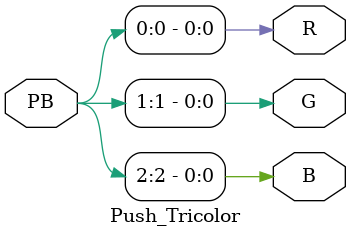
<source format=v>
`timescale 1ns / 1ps

// Author      : Venu Pabbuleti 
// ID          : N180116
//Branch       : ECE
//Project Name : IMPLIMENTATION OF DESIGN USING VERILOG ON NEXY 4 DDR FPGA BOARD
//Design  Name : BLINKING BGR USING PUSH BUTTONS
//Module  Name : Push_Tricolor
//RGUKT NUZVID 
//////////////////////////////////////////////////////////////////////////////////


module Push_Tricolor(PB,R,G,B);
input [2:0]PB;
output B,G,R;

assign PB[0] = R;
assign PB[1] = G;
assign PB[2] = B;

endmodule

</source>
